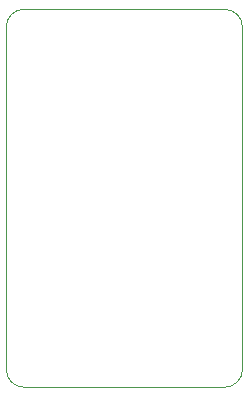
<source format=gm1>
G04 #@! TF.GenerationSoftware,KiCad,Pcbnew,5.1.9*
G04 #@! TF.CreationDate,2021-01-28T17:40:55+01:00*
G04 #@! TF.ProjectId,Teensy4.1_Ethercon_adapter,5465656e-7379-4342-9e31-5f4574686572,1.0*
G04 #@! TF.SameCoordinates,PX80befc0PY6dac2c0*
G04 #@! TF.FileFunction,Profile,NP*
%FSLAX46Y46*%
G04 Gerber Fmt 4.6, Leading zero omitted, Abs format (unit mm)*
G04 Created by KiCad (PCBNEW 5.1.9) date 2021-01-28 17:40:55*
%MOMM*%
%LPD*%
G01*
G04 APERTURE LIST*
G04 #@! TA.AperFunction,Profile*
%ADD10C,0.050000*%
G04 #@! TD*
G04 APERTURE END LIST*
D10*
X1500000Y0D02*
G75*
G02*
X0Y1500000I0J1500000D01*
G01*
X20000000Y1500000D02*
G75*
G02*
X18500000Y0I-1500000J0D01*
G01*
X18500000Y32000000D02*
G75*
G02*
X20000000Y30500000I0J-1500000D01*
G01*
X0Y30500000D02*
G75*
G02*
X1500000Y32000000I1500000J0D01*
G01*
X20000000Y1500000D02*
X20000000Y30500000D01*
X1500000Y0D02*
X18500000Y0D01*
X0Y30500000D02*
X0Y1500000D01*
X18500000Y32000000D02*
X1500000Y32000000D01*
M02*

</source>
